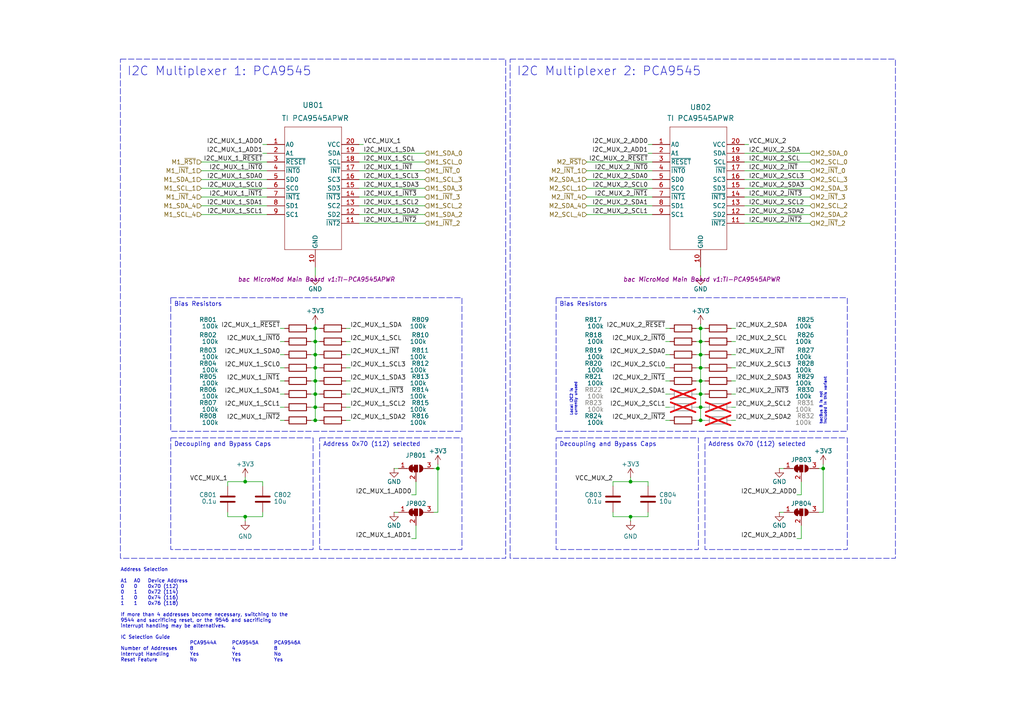
<source format=kicad_sch>
(kicad_sch (version 20231120) (generator "eeschema") (generator_version "8.0")
  (paper "A4")
  (title_block (title "bac MCU MicroMod Main Board Dual Function Single bacBus v1") (date "2025-02-12") (rev "1") (company "Build a CubeSat") (comment 1 "Manuel Imboden") (comment 2 "CC BY-SA 4.0") (comment 3 "https://buildacubesat.space"))
  (lib_symbols
    (symbol "Device:C" (pin_numbers hide) (pin_names (offset 0.254))
      (property "Reference" "C" (at 0.635 2.54 0))
      (property "Value" "C" (at 0.635 -2.54 0))
      (symbol "C_0_1"
        (polyline (pts (xy -2.032 -0.762) (xy 2.032 -0.762)) (stroke (width 0.508)))
        (polyline (pts (xy -2.032 0.762) (xy 2.032 0.762)) (stroke (width 0.508)))
      )
      (symbol "C_1_1"
        (pin passive line (at 0 3.81 270) (length 2.794) (name "~") (number "1"))
        (pin passive line (at 0 -3.81 90) (length 2.794) (name "~") (number "2"))
      )
    )
    (symbol "Device:R" (pin_numbers hide) (pin_names (offset 0))
      (property "Reference" "R" (at 2.032 0 90))
      (property "Value" "R" (at 0 0 90))
      (symbol "R_0_1"
        (rectangle (start -1.016 -2.54) (end 1.016 2.54) (stroke (width 0.254)))
      )
      (symbol "R_1_1"
        (pin passive line (at 0 3.81 270) (length 1.27) (name "~") (number "1"))
        (pin passive line (at 0 -3.81 90) (length 1.27) (name "~") (number "2"))
      )
    )
    (symbol "Jumper:SolderJumper_3_Bridged12" (pin_names (offset 0) hide) (exclude_from_sim yes) (in_bom no)
      (property "Reference" "JP" (at -2.54 -2.54 0))
      (property "Value" "SolderJumper_3_Bridged12" (at 0 2.794 0))
      (symbol "SolderJumper_3_Bridged12_0_1"
        (rectangle (start -1.016 0.508) (end -0.508 -0.508) (fill (type outline)))
        (arc (start -1.016 1.016) (mid -2.0276 0) (end -1.016 -1.016))
        (arc (start -1.016 1.016) (mid -2.0276 0) (end -1.016 -1.016) (fill (type outline)))
        (rectangle (start -0.508 1.016) (end 0.508 -1.016) (fill (type outline)))
        (polyline (pts (xy -2.54 0) (xy -2.032 0)))
        (polyline (pts (xy -1.016 1.016) (xy -1.016 -1.016)))
        (polyline (pts (xy 0 -1.27) (xy 0 -1.016)))
        (polyline (pts (xy 1.016 1.016) (xy 1.016 -1.016)))
        (polyline (pts (xy 2.54 0) (xy 2.032 0)))
        (arc (start 1.016 -1.016) (mid 2.0276 0) (end 1.016 1.016))
        (arc (start 1.016 -1.016) (mid 2.0276 0) (end 1.016 1.016) (fill (type outline)))
      )
      (symbol "SolderJumper_3_Bridged12_1_1"
        (pin passive line (at -5.08 0 0) (length 2.54) (name "A") (number "1"))
        (pin passive line (at 0 -3.81 90) (length 2.54) (name "C") (number "2"))
        (pin passive line (at 5.08 0 180) (length 2.54) (name "B") (number "3"))
      )
    )
    (symbol "bac MicroMod Main Board v1:TI PCA9545APWR" (pin_names (offset 0.254))
      (property "Reference" "U" (at 0 17.78 0))
      (property "Value" "TI PCA9545ARGYR" (at 0 15.24 0))
      (property "Footprint" "bac MicroMod Main Board v1:TI-PCA9545APWR" (at 0.254 -31.496 0))
      (symbol "TI PCA9545APWR_0_1"
        (polyline (pts (xy -8.89 -22.86) (xy 7.62 -22.86)) (stroke (width 0.127)))
        (polyline (pts (xy -8.89 12.7) (xy -8.89 -22.86)) (stroke (width 0.127)))
        (polyline (pts (xy 7.62 -22.86) (xy 7.62 12.7)) (stroke (width 0.127)))
        (polyline (pts (xy 7.62 12.7) (xy -8.89 12.7)) (stroke (width 0.127)))
        (pin input line (at -13.97 7.62 0) (length 5.08) (name "A0") (number "1"))
        (pin power_in line (at 0 -27.94 90) (length 5.08) (name "GND") (number "10"))
        (pin unspecified line (at 12.7 -12.7 180) (length 5.08) (name "SD2") (number "12"))
        (pin unspecified line (at 12.7 -10.16 180) (length 5.08) (name "SC2") (number "13"))
        (pin unspecified line (at 12.7 -5.08 180) (length 5.08) (name "SD3") (number "15"))
        (pin unspecified line (at 12.7 -2.54 180) (length 5.08) (name "SC3") (number "16"))
        (pin unspecified line (at 12.7 2.54 180) (length 5.08) (name "SCL") (number "18"))
        (pin unspecified line (at 12.7 5.08 180) (length 5.08) (name "SDA") (number "19"))
        (pin input line (at -13.97 5.08 0) (length 5.08) (name "A1") (number "2"))
        (pin power_in line (at 12.7 7.62 180) (length 5.08) (name "VCC") (number "20"))
        (pin unspecified line (at -13.97 -2.54 0) (length 5.08) (name "SD0") (number "5"))
        (pin unspecified line (at -13.97 -5.08 0) (length 5.08) (name "SC0") (number "6"))
        (pin unspecified line (at -13.97 -10.16 0) (length 5.08) (name "SD1") (number "8"))
        (pin unspecified line (at -13.97 -12.7 0) (length 5.08) (name "SC1") (number "9"))
      )
      (symbol "TI PCA9545APWR_1_1"
        (pin input line (at 12.7 -15.24 180) (length 5.08) (name "~{INT2}") (number "11"))
        (pin input line (at 12.7 -7.62 180) (length 5.08) (name "~{INT3}") (number "14"))
        (pin output line (at 12.7 0 180) (length 5.08) (name "~{INT}") (number "17"))
        (pin input line (at -13.97 2.54 0) (length 5.08) (name "~{RESET}") (number "3"))
        (pin input line (at -13.97 0 0) (length 5.08) (name "~{INT0}") (number "4"))
        (pin input line (at -13.97 -7.62 0) (length 5.08) (name "~{INT1}") (number "7"))
      )
    )
    (symbol "power:+3.3V" (power) (pin_numbers hide) (pin_names (offset 0) hide)
      (property "Value" "+3.3V" (at 0 3.556 0))
      (symbol "+3.3V_0_1"
        (polyline (pts (xy -0.762 1.27) (xy 0 2.54)))
        (polyline (pts (xy 0 0) (xy 0 2.54)))
        (polyline (pts (xy 0 2.54) (xy 0.762 1.27)))
      )
      (symbol "+3.3V_1_1"
        (pin power_in line (at 0 0 90) (length 0) (name "~") (number "1"))
      )
    )
    (symbol "power:GND" (power) (pin_numbers hide) (pin_names (offset 0) hide)
      (property "Value" "GND" (at 0 -3.81 0))
      (symbol "GND_0_1"
        (polyline (pts (xy 0 0) (xy 0 -1.27) (xy 1.27 -1.27) (xy 0 -2.54) (xy -1.27 -1.27) (xy 0 -1.27)))
      )
      (symbol "GND_1_1"
        (pin power_in line (at 0 0 270) (length 0) (name "~") (number "1"))
      )
    )
  )
  (junction (at 91.44 106.68))
  (junction (at 91.44 99.06))
  (junction (at 91.44 118.11))
  (junction (at 71.12 149.86))
  (junction (at 91.44 102.87))
  (junction (at 182.88 139.7))
  (junction (at 182.88 149.86))
  (junction (at 91.44 110.49))
  (junction (at 71.12 139.7))
  (junction (at 238.76 135.89))
  (junction (at 203.2 102.87))
  (junction (at 203.2 121.92))
  (junction (at 203.2 110.49))
  (junction (at 127 135.89))
  (junction (at 203.2 95.25))
  (junction (at 91.44 114.3))
  (junction (at 91.44 95.25))
  (junction (at 203.2 99.06))
  (junction (at 203.2 114.3))
  (junction (at 203.2 106.68))
  (junction (at 91.44 121.92))
  (junction (at 203.2 118.11))
  (wire (pts (xy 104.14 64.77) (xy 123.19 64.77)))
  (wire (pts (xy 71.12 149.86) (xy 66.04 149.86)))
  (wire (pts (xy 232.41 139.7) (xy 232.41 143.51)))
  (wire (pts (xy 203.2 102.87) (xy 204.47 102.87)))
  (wire (pts (xy 187.96 139.7) (xy 187.96 140.97)))
  (wire (pts (xy 91.44 99.06) (xy 92.71 99.06)))
  (wire (pts (xy 203.2 114.3) (xy 203.2 118.11)))
  (wire (pts (xy 127 148.59) (xy 125.73 148.59)))
  (wire (pts (xy 76.2 148.59) (xy 76.2 149.86)))
  (wire (pts (xy 187.96 44.45) (xy 189.23 44.45)))
  (wire (pts (xy 58.42 52.07) (xy 77.47 52.07)))
  (wire (pts (xy 215.9 57.15) (xy 234.95 57.15)))
  (wire (pts (xy 187.96 41.91) (xy 189.23 41.91)))
  (wire (pts (xy 187.96 148.59) (xy 187.96 149.86)))
  (wire (pts (xy 215.9 44.45) (xy 234.95 44.45)))
  (wire (pts (xy 203.2 118.11) (xy 203.2 121.92)))
  (wire (pts (xy 91.44 110.49) (xy 91.44 114.3)))
  (wire (pts (xy 201.93 118.11) (xy 203.2 118.11)))
  (wire (pts (xy 81.28 99.06) (xy 82.55 99.06)))
  (wire (pts (xy 104.14 44.45) (xy 123.19 44.45)))
  (wire (pts (xy 58.42 54.61) (xy 77.47 54.61)))
  (wire (pts (xy 90.17 99.06) (xy 91.44 99.06)))
  (wire (pts (xy 203.2 106.68) (xy 203.2 110.49)))
  (wire (pts (xy 182.88 149.86) (xy 177.8 149.86)))
  (wire (pts (xy 203.2 77.47) (xy 203.2 80.01)))
  (wire (pts (xy 203.2 121.92) (xy 204.47 121.92)))
  (wire (pts (xy 215.9 46.99) (xy 234.95 46.99)))
  (wire (pts (xy 104.14 52.07) (xy 123.19 52.07)))
  (wire (pts (xy 201.93 95.25) (xy 203.2 95.25)))
  (wire (pts (xy 193.04 106.68) (xy 194.31 106.68)))
  (wire (pts (xy 91.44 114.3) (xy 91.44 118.11)))
  (wire (pts (xy 213.36 95.25) (xy 212.09 95.25)))
  (wire (pts (xy 213.36 114.3) (xy 212.09 114.3)))
  (wire (pts (xy 91.44 106.68) (xy 91.44 110.49)))
  (wire (pts (xy 170.18 46.99) (xy 189.23 46.99)))
  (wire (pts (xy 201.93 121.92) (xy 203.2 121.92)))
  (wire (pts (xy 58.42 49.53) (xy 77.47 49.53)))
  (wire (pts (xy 213.36 102.87) (xy 212.09 102.87)))
  (wire (pts (xy 213.36 118.11) (xy 212.09 118.11)))
  (wire (pts (xy 232.41 156.21) (xy 231.14 156.21)))
  (wire (pts (xy 101.6 121.92) (xy 100.33 121.92)))
  (wire (pts (xy 91.44 118.11) (xy 91.44 121.92)))
  (wire (pts (xy 104.14 46.99) (xy 123.19 46.99)))
  (wire (pts (xy 104.14 59.69) (xy 123.19 59.69)))
  (wire (pts (xy 66.04 139.7) (xy 71.12 139.7)))
  (wire (pts (xy 91.44 93.98) (xy 91.44 95.25)))
  (wire (pts (xy 203.2 106.68) (xy 204.47 106.68)))
  (wire (pts (xy 91.44 95.25) (xy 91.44 99.06)))
  (wire (pts (xy 81.28 95.25) (xy 82.55 95.25)))
  (wire (pts (xy 170.18 54.61) (xy 189.23 54.61)))
  (wire (pts (xy 81.28 110.49) (xy 82.55 110.49)))
  (wire (pts (xy 182.88 139.7) (xy 187.96 139.7)))
  (wire (pts (xy 201.93 99.06) (xy 203.2 99.06)))
  (wire (pts (xy 187.96 149.86) (xy 182.88 149.86)))
  (wire (pts (xy 203.2 95.25) (xy 204.47 95.25)))
  (wire (pts (xy 215.9 54.61) (xy 234.95 54.61)))
  (wire (pts (xy 193.04 110.49) (xy 194.31 110.49)))
  (wire (pts (xy 203.2 110.49) (xy 203.2 114.3)))
  (wire (pts (xy 101.6 106.68) (xy 100.33 106.68)))
  (wire (pts (xy 90.17 118.11) (xy 91.44 118.11)))
  (wire (pts (xy 101.6 118.11) (xy 100.33 118.11)))
  (wire (pts (xy 226.06 135.89) (xy 227.33 135.89)))
  (wire (pts (xy 104.14 49.53) (xy 123.19 49.53)))
  (wire (pts (xy 90.17 110.49) (xy 91.44 110.49)))
  (wire (pts (xy 215.9 41.91) (xy 217.17 41.91)))
  (wire (pts (xy 104.14 57.15) (xy 123.19 57.15)))
  (wire (pts (xy 71.12 149.86) (xy 71.12 151.13)))
  (wire (pts (xy 58.42 59.69) (xy 77.47 59.69)))
  (wire (pts (xy 120.65 139.7) (xy 120.65 143.51)))
  (wire (pts (xy 127 134.62) (xy 127 135.89)))
  (wire (pts (xy 177.8 139.7) (xy 182.88 139.7)))
  (wire (pts (xy 101.6 99.06) (xy 100.33 99.06)))
  (wire (pts (xy 91.44 102.87) (xy 92.71 102.87)))
  (wire (pts (xy 90.17 102.87) (xy 91.44 102.87)))
  (wire (pts (xy 213.36 106.68) (xy 212.09 106.68)))
  (wire (pts (xy 203.2 102.87) (xy 203.2 106.68)))
  (wire (pts (xy 193.04 121.92) (xy 194.31 121.92)))
  (wire (pts (xy 213.36 110.49) (xy 212.09 110.49)))
  (wire (pts (xy 213.36 121.92) (xy 212.09 121.92)))
  (wire (pts (xy 120.65 152.4) (xy 120.65 156.21)))
  (wire (pts (xy 104.14 54.61) (xy 123.19 54.61)))
  (wire (pts (xy 101.6 110.49) (xy 100.33 110.49)))
  (wire (pts (xy 76.2 149.86) (xy 71.12 149.86)))
  (wire (pts (xy 101.6 114.3) (xy 100.33 114.3)))
  (wire (pts (xy 66.04 139.7) (xy 66.04 140.97)))
  (wire (pts (xy 213.36 99.06) (xy 212.09 99.06)))
  (wire (pts (xy 170.18 62.23) (xy 189.23 62.23)))
  (wire (pts (xy 58.42 57.15) (xy 77.47 57.15)))
  (wire (pts (xy 58.42 46.99) (xy 77.47 46.99)))
  (wire (pts (xy 90.17 121.92) (xy 91.44 121.92)))
  (wire (pts (xy 91.44 77.47) (xy 91.44 80.01)))
  (wire (pts (xy 193.04 118.11) (xy 194.31 118.11)))
  (wire (pts (xy 201.93 110.49) (xy 203.2 110.49)))
  (wire (pts (xy 177.8 139.7) (xy 177.8 140.97)))
  (wire (pts (xy 81.28 121.92) (xy 82.55 121.92)))
  (wire (pts (xy 104.14 62.23) (xy 123.19 62.23)))
  (wire (pts (xy 91.44 121.92) (xy 92.71 121.92)))
  (wire (pts (xy 91.44 106.68) (xy 92.71 106.68)))
  (wire (pts (xy 90.17 106.68) (xy 91.44 106.68)))
  (wire (pts (xy 203.2 99.06) (xy 204.47 99.06)))
  (wire (pts (xy 58.42 62.23) (xy 77.47 62.23)))
  (wire (pts (xy 81.28 102.87) (xy 82.55 102.87)))
  (wire (pts (xy 71.12 138.43) (xy 71.12 139.7)))
  (wire (pts (xy 90.17 114.3) (xy 91.44 114.3)))
  (wire (pts (xy 104.14 41.91) (xy 105.41 41.91)))
  (wire (pts (xy 203.2 95.25) (xy 203.2 99.06)))
  (wire (pts (xy 81.28 106.68) (xy 82.55 106.68)))
  (wire (pts (xy 91.44 114.3) (xy 92.71 114.3)))
  (wire (pts (xy 91.44 99.06) (xy 91.44 102.87)))
  (wire (pts (xy 91.44 102.87) (xy 91.44 106.68)))
  (wire (pts (xy 231.14 143.51) (xy 232.41 143.51)))
  (wire (pts (xy 119.38 143.51) (xy 120.65 143.51)))
  (wire (pts (xy 193.04 114.3) (xy 194.31 114.3)))
  (wire (pts (xy 170.18 57.15) (xy 189.23 57.15)))
  (wire (pts (xy 193.04 99.06) (xy 194.31 99.06)))
  (wire (pts (xy 238.76 148.59) (xy 237.49 148.59)))
  (wire (pts (xy 170.18 49.53) (xy 189.23 49.53)))
  (wire (pts (xy 226.06 148.59) (xy 227.33 148.59)))
  (wire (pts (xy 238.76 135.89) (xy 238.76 148.59)))
  (wire (pts (xy 127 135.89) (xy 125.73 135.89)))
  (wire (pts (xy 114.3 135.89) (xy 115.57 135.89)))
  (wire (pts (xy 114.3 148.59) (xy 115.57 148.59)))
  (wire (pts (xy 238.76 134.62) (xy 238.76 135.89)))
  (wire (pts (xy 203.2 114.3) (xy 204.47 114.3)))
  (wire (pts (xy 215.9 49.53) (xy 234.95 49.53)))
  (wire (pts (xy 215.9 64.77) (xy 234.95 64.77)))
  (wire (pts (xy 81.28 118.11) (xy 82.55 118.11)))
  (wire (pts (xy 90.17 95.25) (xy 91.44 95.25)))
  (wire (pts (xy 76.2 44.45) (xy 77.47 44.45)))
  (wire (pts (xy 71.12 139.7) (xy 76.2 139.7)))
  (wire (pts (xy 101.6 95.25) (xy 100.33 95.25)))
  (wire (pts (xy 119.38 156.21) (xy 120.65 156.21)))
  (wire (pts (xy 91.44 95.25) (xy 92.71 95.25)))
  (wire (pts (xy 170.18 59.69) (xy 189.23 59.69)))
  (wire (pts (xy 203.2 93.98) (xy 203.2 95.25)))
  (wire (pts (xy 238.76 135.89) (xy 237.49 135.89)))
  (wire (pts (xy 201.93 114.3) (xy 203.2 114.3)))
  (wire (pts (xy 201.93 102.87) (xy 203.2 102.87)))
  (wire (pts (xy 170.18 52.07) (xy 189.23 52.07)))
  (wire (pts (xy 215.9 52.07) (xy 234.95 52.07)))
  (wire (pts (xy 127 135.89) (xy 127 148.59)))
  (wire (pts (xy 203.2 110.49) (xy 204.47 110.49)))
  (wire (pts (xy 201.93 106.68) (xy 203.2 106.68)))
  (wire (pts (xy 215.9 59.69) (xy 234.95 59.69)))
  (wire (pts (xy 76.2 139.7) (xy 76.2 140.97)))
  (wire (pts (xy 66.04 149.86) (xy 66.04 148.59)))
  (wire (pts (xy 215.9 62.23) (xy 234.95 62.23)))
  (wire (pts (xy 203.2 118.11) (xy 204.47 118.11)))
  (wire (pts (xy 193.04 95.25) (xy 194.31 95.25)))
  (wire (pts (xy 101.6 102.87) (xy 100.33 102.87)))
  (wire (pts (xy 91.44 110.49) (xy 92.71 110.49)))
  (wire (pts (xy 76.2 41.91) (xy 77.47 41.91)))
  (wire (pts (xy 193.04 102.87) (xy 194.31 102.87)))
  (wire (pts (xy 203.2 99.06) (xy 203.2 102.87)))
  (wire (pts (xy 182.88 138.43) (xy 182.88 139.7)))
  (wire (pts (xy 91.44 118.11) (xy 92.71 118.11)))
  (wire (pts (xy 232.41 152.4) (xy 232.41 156.21)))
  (wire (pts (xy 177.8 149.86) (xy 177.8 148.59)))
  (wire (pts (xy 81.28 114.3) (xy 82.55 114.3)))
  (wire (pts (xy 182.88 149.86) (xy 182.88 151.13)))
  (text_box "I2C Multiplexer 1: PCA9545" (at 34.925 17.145 0) (size 111.76 144.78) (stroke (width 0) (type dash)) (effects (font (size 2.54 2.54)) (justify left top)))
  (text_box "I2C Multiplexer 2: PCA9545" (at 147.955 17.145 0) (size 111.76 144.78) (stroke (width 0) (type dash)) (effects (font (size 2.54 2.54)) (justify left top)))
  (text_box "Bias Resistors" (at 161.29 86.36 0) (size 84.455 38.735) (stroke (width 0) (type dash)) (effects (font (size 1.27 1.27)) (justify left top)))
  (text_box "Decoupling and Bypass Caps" (at 161.29 127 0) (size 41.275 32.385) (stroke (width 0) (type dash)) (effects (font (size 1.27 1.27)) (justify left top)))
  (text_box "Decoupling and Bypass Caps" (at 49.53 127 0) (size 41.275 32.385) (stroke (width 0) (type dash)) (effects (font (size 1.27 1.27)) (justify left top)))
  (text_box "Bias Resistors" (at 49.53 86.36 0) (size 84.455 38.735) (stroke (width 0) (type dash)) (effects (font (size 1.27 1.27)) (justify left top)))
  (text_box "Address 0x70 (112) selected" (at 204.47 127 0) (size 41.275 32.385) (stroke (width 0) (type dash)) (effects (font (size 1.27 1.27)) (justify left top)))
  (text_box "Address 0x70 (112) selected" (at 92.71 127 0) (size 41.275 32.385) (stroke (width 0) (type dash)) (effects (font (size 1.27 1.27)) (justify left top)))
  (text "Address Selection\n\nA1	A0	Device Address\n0	0	0x70 (112)\n0	1	0x72 (114)\n1	0	0x74 (116)\n1	1	0x76 (118)\n\nIf more than 4 addresses become necessary, switching to the\n9544 and sacrificing reset, or the 9546 and sacrificing\ninterrupt handling may be alternatives.\n\nIC Selection Guide\n					PCA9544A	PCA9545A	PCA9546A\nNumber of Addresses	8			4			8\nInterrupt Handling	Yes			Yes			No\nReset Feature		No			Yes			Yes" (at 34.925 178.435 0) (effects (font (size 1.016 1.016)) (justify left)))
  (text "bacBus B is not\nincluded in this variant" (at 238.76 123.19 90) (effects (font (size 0.762 0.762)) (justify left)))
  (text "Local I2C2 is\ncurrently unused" (at 166.37 120.65 90) (effects (font (size 0.762 0.762)) (justify left)))
  (label "I2C_MUX_1_SCL" (at 101.6 99.06 0))
  (label "VCC_MUX_1" (at 66.04 139.7 180))
  (label "I2C_MUX_2_SDA1" (at 187.96 59.69 180))
  (label "I2C_MUX_1_ADD1" (at 119.38 156.21 180))
  (label "I2C_MUX_1_~{INT}" (at 101.6 102.87 0))
  (label "I2C_MUX_2_~{RESET}" (at 187.96 46.99 180))
  (label "I2C_MUX_1_~{INT0}" (at 76.2 49.53 180))
  (label "I2C_MUX_2_SDA2" (at 217.17 62.23 0))
  (label "I2C_MUX_1_SCL3" (at 105.41 52.07 0))
  (label "VCC_MUX_2" (at 177.8 139.7 180))
  (label "I2C_MUX_1_SDA" (at 101.6 95.25 0))
  (label "I2C_MUX_1_~{RESET}" (at 81.28 95.25 180))
  (label "I2C_MUX_2_SCL" (at 213.36 99.06 0))
  (label "VCC_MUX_2" (at 217.17 41.91 0))
  (label "I2C_MUX_1_~{INT3}" (at 105.41 57.15 0))
  (label "I2C_MUX_2_~{INT}" (at 213.36 102.87 0))
  (label "I2C_MUX_1_SDA1" (at 81.28 114.3 180))
  (label "I2C_MUX_2_~{INT2}" (at 217.17 64.77 0))
  (label "I2C_MUX_2_SCL3" (at 217.17 52.07 0))
  (label "I2C_MUX_2_SDA3" (at 213.36 110.49 0))
  (label "I2C_MUX_1_SCL1" (at 76.2 62.23 180))
  (label "I2C_MUX_2_~{INT1}" (at 187.96 57.15 180))
  (label "I2C_MUX_1_ADD0" (at 76.2 41.91 180))
  (label "I2C_MUX_2_SCL" (at 217.17 46.99 0))
  (label "I2C_MUX_2_SDA" (at 217.17 44.45 0))
  (label "I2C_MUX_1_~{INT}" (at 105.41 49.53 0))
  (label "I2C_MUX_2_~{INT}" (at 217.17 49.53 0))
  (label "I2C_MUX_1_ADD0" (at 119.38 143.51 180))
  (label "I2C_MUX_2_ADD0" (at 231.14 143.51 180))
  (label "I2C_MUX_2_~{INT0}" (at 187.96 49.53 180))
  (label "I2C_MUX_2_~{INT0}" (at 193.04 99.06 180))
  (label "I2C_MUX_1_~{INT1}" (at 76.2 57.15 180))
  (label "I2C_MUX_2_ADD1" (at 187.96 44.45 180))
  (label "I2C_MUX_1_SCL2" (at 101.6 118.11 0))
  (label "I2C_MUX_2_SDA3" (at 217.17 54.61 0))
  (label "I2C_MUX_1_SDA0" (at 76.2 52.07 180))
  (label "I2C_MUX_2_SDA2" (at 213.36 121.92 0))
  (label "I2C_MUX_1_~{INT2}" (at 105.41 64.77 0))
  (label "I2C_MUX_2_~{INT1}" (at 193.04 110.49 180))
  (label "I2C_MUX_2_SDA0" (at 193.04 102.87 180))
  (label "I2C_MUX_1_~{INT2}" (at 81.28 121.92 180))
  (label "I2C_MUX_1_SDA1" (at 76.2 59.69 180))
  (label "I2C_MUX_1_SDA" (at 105.41 44.45 0))
  (label "I2C_MUX_1_SDA3" (at 105.41 54.61 0))
  (label "I2C_MUX_1_SCL0" (at 81.28 106.68 180))
  (label "I2C_MUX_2_~{RESET}" (at 193.04 95.25 180))
  (label "I2C_MUX_1_SDA2" (at 101.6 121.92 0))
  (label "I2C_MUX_1_SCL0" (at 76.2 54.61 180))
  (label "I2C_MUX_1_~{INT0}" (at 81.28 99.06 180))
  (label "VCC_MUX_1" (at 105.41 41.91 0))
  (label "I2C_MUX_2_SDA0" (at 187.96 52.07 180))
  (label "I2C_MUX_1_~{INT3}" (at 101.6 114.3 0))
  (label "I2C_MUX_2_~{INT2}" (at 193.04 121.92 180))
  (label "I2C_MUX_2_SCL0" (at 187.96 54.61 180))
  (label "I2C_MUX_2_SCL1" (at 193.04 118.11 180))
  (label "I2C_MUX_1_SCL3" (at 101.6 106.68 0))
  (label "I2C_MUX_2_SCL2" (at 213.36 118.11 0))
  (label "I2C_MUX_1_ADD1" (at 76.2 44.45 180))
  (label "I2C_MUX_1_SCL1" (at 81.28 118.11 180))
  (label "I2C_MUX_2_SDA" (at 213.36 95.25 0))
  (label "I2C_MUX_1_SDA3" (at 101.6 110.49 0))
  (label "I2C_MUX_1_SDA2" (at 105.41 62.23 0))
  (label "I2C_MUX_1_SCL2" (at 105.41 59.69 0))
  (label "I2C_MUX_2_~{INT3}" (at 213.36 114.3 0))
  (label "I2C_MUX_1_SCL" (at 105.41 46.99 0))
  (label "I2C_MUX_2_SCL0" (at 193.04 106.68 180))
  (label "I2C_MUX_2_SDA1" (at 193.04 114.3 180))
  (label "I2C_MUX_2_ADD0" (at 187.96 41.91 180))
  (label "I2C_MUX_2_SCL2" (at 217.17 59.69 0))
  (label "I2C_MUX_1_SDA0" (at 81.28 102.87 180))
  (label "I2C_MUX_1_~{INT1}" (at 81.28 110.49 180))
  (label "I2C_MUX_2_ADD1" (at 231.14 156.21 180))
  (label "I2C_MUX_2_SCL1" (at 187.96 62.23 180))
  (label "I2C_MUX_2_SCL3" (at 213.36 106.68 0))
  (label "I2C_MUX_1_~{RESET}" (at 76.2 46.99 180))
  (label "I2C_MUX_2_~{INT3}" (at 217.17 57.15 0))
  (hierarchical_label "M1_SDA_0" (shape input) (at 123.19 44.45 0))
  (hierarchical_label "M1_~{INT}_2" (shape input) (at 123.19 64.77 0))
  (hierarchical_label "M1_SCL_1" (shape input) (at 58.42 54.61 180))
  (hierarchical_label "M1_SDA_4" (shape input) (at 58.42 59.69 180))
  (hierarchical_label "M1_SCL_2" (shape input) (at 123.19 59.69 0))
  (hierarchical_label "M2_SDA_1" (shape input) (at 170.18 52.07 180))
  (hierarchical_label "M1_SDA_3" (shape input) (at 123.19 54.61 0))
  (hierarchical_label "M1_~{INT}_3" (shape input) (at 123.19 57.15 0))
  (hierarchical_label "M2_~{RST}" (shape input) (at 170.18 46.99 180))
  (hierarchical_label "M2_~{INT}_2" (shape input) (at 234.95 64.77 0))
  (hierarchical_label "M1_SCL_4" (shape input) (at 58.42 62.23 180))
  (hierarchical_label "M1_~{RST}" (shape input) (at 58.42 46.99 180))
  (hierarchical_label "M1_SCL_0" (shape input) (at 123.19 46.99 0))
  (hierarchical_label "M2_SCL_0" (shape input) (at 234.95 46.99 0))
  (hierarchical_label "M1_SDA_2" (shape input) (at 123.19 62.23 0))
  (hierarchical_label "M2_~{INT}_4" (shape input) (at 170.18 57.15 180))
  (hierarchical_label "M2_SCL_3" (shape input) (at 234.95 52.07 0))
  (hierarchical_label "M1_~{INT}_1" (shape input) (at 58.42 49.53 180))
  (hierarchical_label "M1_~{INT}_0" (shape input) (at 123.19 49.53 0))
  (hierarchical_label "M2_SDA_4" (shape input) (at 170.18 59.69 180))
  (hierarchical_label "M1_~{INT}_4" (shape input) (at 58.42 57.15 180))
  (hierarchical_label "M2_SDA_0" (shape input) (at 234.95 44.45 0))
  (hierarchical_label "M2_~{INT}_1" (shape input) (at 170.18 49.53 180))
  (hierarchical_label "M2_~{INT}_0" (shape input) (at 234.95 49.53 0))
  (hierarchical_label "M1_SCL_3" (shape input) (at 123.19 52.07 0))
  (hierarchical_label "M2_SCL_1" (shape input) (at 170.18 54.61 180))
  (hierarchical_label "M2_SDA_3" (shape input) (at 234.95 54.61 0))
  (hierarchical_label "M2_SCL_4" (shape input) (at 170.18 62.23 180))
  (hierarchical_label "M2_SDA_2" (shape input) (at 234.95 62.23 0))
  (hierarchical_label "M2_SCL_2" (shape input) (at 234.95 59.69 0))
  (hierarchical_label "M2_~{INT}_3" (shape input) (at 234.95 57.15 0))
  (hierarchical_label "M1_SDA_1" (shape input) (at 58.42 52.07 180))
  (symbol (lib_id "Device:C") (at 66.04 144.78 0) (mirror y) (unit 1)
    (property "Reference" "C801" (at 62.865 143.51 0) (effects (justify left)))
    (property "Value" "0.1u" (at 62.865 145.415 0) (effects (justify left)))
    (property "Footprint" "bac MicroMod Main Board v1:bac-C-0603-0.1u" (effects (hide yes)))
    (property "Description" "Unpolarized capacitor" (effects (hide yes)))
    (property "Height" "0.95mm" (effects (hide yes)))
    (property "Rated Voltage" "50V" (effects (hide yes)))
    (property "Temperature Coefficient" "X7R" (effects (hide yes)))
  )
  (symbol (lib_id "power:+3.3V") (at 182.88 138.43 0) (unit 1)
    (property "Reference" "#PWR0808" (effects (hide yes)))
    (property "Value" "+3V3" (at 182.88 134.62 0))
    (property "Description" "Power symbol creates a global label with name \"+3.3V\"" (effects (hide yes)))
  )
  (symbol (lib_id "Device:R") (at 86.36 121.92 90) (unit 1)
    (property "Reference" "R808" (at 60.325 120.65 90))
    (property "Value" "100k" (at 60.96 122.555 90))
    (property "Footprint" "bac MicroMod Main Board v1:bac-R-0603-100k" (effects (hide yes)))
    (property "Description" "Resistor" (effects (hide yes)))
    (property "Series" "E96" (effects (hide yes)))
  )
  (symbol (lib_id "Jumper:SolderJumper_3_Bridged12") (at 120.65 148.59 0) (unit 1) (exclude_from_sim yes) (in_bom no)
    (property "Reference" "JP802" (at 120.65 146.05 0))
    (property "Value" "SolderJumper_3_Bridged12" (effects (hide yes)))
    (property "Footprint" "Jumper:SolderJumper-3_P1.3mm_Bridged12_RoundedPad1.0x1.5mm_NumberLabels" (effects (hide yes)))
    (property "Description" "3-pole Solder Jumper, pins 1+2 closed/bridged" (effects (hide yes)))
  )
  (symbol (lib_id "power:GND") (at 71.12 151.13 0) (unit 1)
    (property "Reference" "#PWR0802" (effects (hide yes)))
    (property "Value" "GND" (at 71.12 155.575 0))
    (property "Description" "Power symbol creates a global label with name \"GND\" , ground" (effects (hide yes)))
  )
  (symbol (lib_id "power:GND") (at 91.44 80.01 0) (unit 1)
    (property "Reference" "#PWR0803" (effects (hide yes)))
    (property "Value" "GND" (at 91.44 83.82 0))
    (property "Description" "Power symbol creates a global label with name \"GND\" , ground" (effects (hide yes)))
  )
  (symbol (lib_id "power:+3.3V") (at 238.76 134.62 0) (unit 1)
    (property "Reference" "#PWR0814" (effects (hide yes)))
    (property "Value" "+3V3" (at 238.76 130.81 0))
    (property "Description" "Power symbol creates a global label with name \"+3.3V\"" (effects (hide yes)))
  )
  (symbol (lib_id "Device:R") (at 96.52 99.06 270) (mirror x) (unit 1)
    (property "Reference" "R810" (at 121.92 97.155 90))
    (property "Value" "100k" (at 121.285 99.06 90))
    (property "Footprint" "bac MicroMod Main Board v1:bac-R-0603-100k" (effects (hide yes)))
    (property "Description" "Resistor" (effects (hide yes)))
    (property "Series" "E96" (effects (hide yes)))
  )
  (symbol (lib_id "power:+3.3V") (at 127 134.62 0) (unit 1)
    (property "Reference" "#PWR0807" (effects (hide yes)))
    (property "Value" "+3V3" (at 127 130.81 0))
    (property "Description" "Power symbol creates a global label with name \"+3.3V\"" (effects (hide yes)))
  )
  (symbol (lib_id "Device:R") (at 198.12 110.49 90) (unit 1)
    (property "Reference" "R821" (at 172.085 109.22 90))
    (property "Value" "100k" (at 172.72 111.125 90))
    (property "Footprint" "bac MicroMod Main Board v1:bac-R-0603-100k" (effects (hide yes)))
    (property "Description" "Resistor" (effects (hide yes)))
    (property "Series" "E96" (effects (hide yes)))
  )
  (symbol (lib_id "power:+3.3V") (at 203.2 93.98 0) (unit 1)
    (property "Reference" "#PWR0811" (effects (hide yes)))
    (property "Value" "+3V3" (at 203.2 90.17 0))
    (property "Description" "Power symbol creates a global label with name \"+3.3V\"" (effects (hide yes)))
  )
  (symbol (lib_id "Device:R") (at 208.28 110.49 270) (mirror x) (unit 1)
    (property "Reference" "R829" (at 233.68 109.22 90))
    (property "Value" "100k" (at 233.045 111.125 90))
    (property "Footprint" "bac MicroMod Main Board v1:bac-R-0603-100k" (effects (hide yes)))
    (property "Description" "Resistor" (effects (hide yes)))
    (property "Series" "E96" (effects (hide yes)))
  )
  (symbol (lib_id "power:GND") (at 182.88 151.13 0) (unit 1)
    (property "Reference" "#PWR0809" (effects (hide yes)))
    (property "Value" "GND" (at 182.88 155.575 0))
    (property "Description" "Power symbol creates a global label with name \"GND\" , ground" (effects (hide yes)))
  )
  (symbol (lib_id "Device:R") (at 198.12 114.3 90) (unit 1) (exclude_from_sim yes) (in_bom no) (on_board no) (dnp yes)
    (property "Reference" "R822" (at 172.085 113.03 90))
    (property "Value" "100k" (at 172.72 114.935 90))
    (property "Footprint" "bac MicroMod Main Board v1:bac-R-0603-100k" (effects (hide yes)))
    (property "Description" "Resistor" (effects (hide yes)))
    (property "Series" "E96" (effects (hide yes)))
  )
  (symbol (lib_id "Device:R") (at 86.36 102.87 90) (unit 1)
    (property "Reference" "R803" (at 60.325 101.6 90))
    (property "Value" "100k" (at 60.96 103.505 90))
    (property "Footprint" "bac MicroMod Main Board v1:bac-R-0603-100k" (effects (hide yes)))
    (property "Description" "Resistor" (effects (hide yes)))
    (property "Series" "E96" (effects (hide yes)))
  )
  (symbol (lib_id "power:GND") (at 114.3 148.59 0) (unit 1)
    (property "Reference" "#PWR0806" (effects (hide yes)))
    (property "Value" "GND" (at 114.3 152.4 0))
    (property "Description" "Power symbol creates a global label with name \"GND\" , ground" (effects (hide yes)))
  )
  (symbol (lib_id "Device:R") (at 96.52 121.92 270) (mirror x) (unit 1)
    (property "Reference" "R816" (at 121.92 120.65 90))
    (property "Value" "100k" (at 121.285 122.555 90))
    (property "Footprint" "bac MicroMod Main Board v1:bac-R-0603-100k" (effects (hide yes)))
    (property "Description" "Resistor" (effects (hide yes)))
    (property "Series" "E96" (effects (hide yes)))
  )
  (symbol (lib_id "Device:R") (at 96.52 102.87 270) (mirror x) (unit 1)
    (property "Reference" "R811" (at 121.92 101.6 90))
    (property "Value" "100k" (at 121.285 103.505 90))
    (property "Footprint" "bac MicroMod Main Board v1:bac-R-0603-100k" (effects (hide yes)))
    (property "Description" "Resistor" (effects (hide yes)))
    (property "Series" "E96" (effects (hide yes)))
  )
  (symbol (lib_id "Device:C") (at 177.8 144.78 0) (mirror y) (unit 1)
    (property "Reference" "C803" (at 174.625 143.51 0) (effects (justify left)))
    (property "Value" "0.1u" (at 174.625 145.415 0) (effects (justify left)))
    (property "Footprint" "bac MicroMod Main Board v1:bac-C-0603-0.1u" (effects (hide yes)))
    (property "Description" "Unpolarized capacitor" (effects (hide yes)))
    (property "Height" "0.95mm" (effects (hide yes)))
    (property "Rated Voltage" "50V" (effects (hide yes)))
    (property "Temperature Coefficient" "X7R" (effects (hide yes)))
  )
  (symbol (lib_id "Device:R") (at 96.52 95.25 270) (mirror x) (unit 1)
    (property "Reference" "R809" (at 121.92 92.71 90))
    (property "Value" "100k" (at 121.285 94.615 90))
    (property "Footprint" "bac MicroMod Main Board v1:bac-R-0603-100k" (effects (hide yes)))
    (property "Description" "Resistor" (effects (hide yes)))
    (property "Series" "E96" (effects (hide yes)))
  )
  (symbol (lib_id "Device:R") (at 198.12 121.92 90) (unit 1)
    (property "Reference" "R824" (at 172.085 120.65 90))
    (property "Value" "100k" (at 172.72 122.555 90))
    (property "Footprint" "bac MicroMod Main Board v1:bac-R-0603-100k" (effects (hide yes)))
    (property "Description" "Resistor" (effects (hide yes)))
    (property "Series" "E96" (effects (hide yes)))
  )
  (symbol (lib_id "Device:R") (at 208.28 99.06 270) (mirror x) (unit 1)
    (property "Reference" "R826" (at 233.68 97.155 90))
    (property "Value" "100k" (at 233.045 99.06 90))
    (property "Footprint" "bac MicroMod Main Board v1:bac-R-0603-100k" (effects (hide yes)))
    (property "Description" "Resistor" (effects (hide yes)))
    (property "Series" "E96" (effects (hide yes)))
  )
  (symbol (lib_id "Device:R") (at 198.12 118.11 90) (unit 1) (exclude_from_sim yes) (in_bom no) (on_board no) (dnp yes)
    (property "Reference" "R823" (at 172.085 116.84 90))
    (property "Value" "100k" (at 172.72 118.745 90))
    (property "Footprint" "bac MicroMod Main Board v1:bac-R-0603-100k" (effects (hide yes)))
    (property "Description" "Resistor" (effects (hide yes)))
    (property "Series" "E96" (effects (hide yes)))
  )
  (symbol (lib_id "Device:R") (at 198.12 102.87 90) (unit 1)
    (property "Reference" "R819" (at 172.085 101.6 90))
    (property "Value" "100k" (at 172.72 103.505 90))
    (property "Footprint" "bac MicroMod Main Board v1:bac-R-0603-100k" (effects (hide yes)))
    (property "Description" "Resistor" (effects (hide yes)))
    (property "Series" "E96" (effects (hide yes)))
  )
  (symbol (lib_id "Device:R") (at 86.36 95.25 90) (unit 1)
    (property "Reference" "R801" (at 60.325 92.71 90))
    (property "Value" "100k" (at 60.96 94.615 90))
    (property "Footprint" "bac MicroMod Main Board v1:bac-R-0603-100k" (effects (hide yes)))
    (property "Description" "Resistor" (effects (hide yes)))
    (property "Series" "E96" (effects (hide yes)))
  )
  (symbol (lib_id "Jumper:SolderJumper_3_Bridged12") (at 232.41 148.59 0) (unit 1) (exclude_from_sim yes) (in_bom no)
    (property "Reference" "JP804" (at 232.41 146.05 0))
    (property "Value" "SolderJumper_3_Bridged12" (effects (hide yes)))
    (property "Footprint" "Jumper:SolderJumper-3_P1.3mm_Bridged12_RoundedPad1.0x1.5mm_NumberLabels" (effects (hide yes)))
    (property "Description" "3-pole Solder Jumper, pins 1+2 closed/bridged" (effects (hide yes)))
  )
  (symbol (lib_id "Device:R") (at 86.36 114.3 90) (unit 1)
    (property "Reference" "R806" (at 60.325 113.03 90))
    (property "Value" "100k" (at 60.96 114.935 90))
    (property "Footprint" "bac MicroMod Main Board v1:bac-R-0603-100k" (effects (hide yes)))
    (property "Description" "Resistor" (effects (hide yes)))
    (property "Series" "E96" (effects (hide yes)))
  )
  (symbol (lib_id "Device:R") (at 86.36 106.68 90) (unit 1)
    (property "Reference" "R804" (at 60.325 105.41 90))
    (property "Value" "100k" (at 60.96 107.315 90))
    (property "Footprint" "bac MicroMod Main Board v1:bac-R-0603-100k" (effects (hide yes)))
    (property "Description" "Resistor" (effects (hide yes)))
    (property "Series" "E96" (effects (hide yes)))
  )
  (symbol (lib_id "Device:R") (at 208.28 102.87 270) (mirror x) (unit 1)
    (property "Reference" "R827" (at 233.68 101.6 90))
    (property "Value" "100k" (at 233.045 103.505 90))
    (property "Footprint" "bac MicroMod Main Board v1:bac-R-0603-100k" (effects (hide yes)))
    (property "Description" "Resistor" (effects (hide yes)))
    (property "Series" "E96" (effects (hide yes)))
  )
  (symbol (lib_id "power:GND") (at 226.06 148.59 0) (unit 1)
    (property "Reference" "#PWR0813" (effects (hide yes)))
    (property "Value" "GND" (at 226.06 152.4 0))
    (property "Description" "Power symbol creates a global label with name \"GND\" , ground" (effects (hide yes)))
  )
  (symbol (lib_id "power:GND") (at 203.2 80.01 0) (unit 1)
    (property "Reference" "#PWR0810" (effects (hide yes)))
    (property "Value" "GND" (at 203.2 83.82 0))
    (property "Description" "Power symbol creates a global label with name \"GND\" , ground" (effects (hide yes)))
  )
  (symbol (lib_id "Device:R") (at 198.12 95.25 90) (unit 1)
    (property "Reference" "R817" (at 172.085 92.71 90))
    (property "Value" "100k" (at 172.72 94.615 90))
    (property "Footprint" "bac MicroMod Main Board v1:bac-R-0603-100k" (effects (hide yes)))
    (property "Description" "Resistor" (effects (hide yes)))
    (property "Series" "E96" (effects (hide yes)))
  )
  (symbol (lib_id "Device:R") (at 86.36 99.06 90) (unit 1)
    (property "Reference" "R802" (at 60.325 97.155 90))
    (property "Value" "100k" (at 60.96 99.06 90))
    (property "Footprint" "bac MicroMod Main Board v1:bac-R-0603-100k" (effects (hide yes)))
    (property "Description" "Resistor" (effects (hide yes)))
    (property "Series" "E96" (effects (hide yes)))
  )
  (symbol (lib_id "Device:C") (at 76.2 144.78 0) (unit 1)
    (property "Reference" "C802" (at 79.375 143.51 0) (effects (justify left)))
    (property "Value" "10u" (at 79.375 145.415 0) (effects (justify left)))
    (property "Footprint" "bac MicroMod Main Board v1:bac-C-0805-10u" (effects (hide yes)))
    (property "Description" "Unpolarized capacitor" (effects (hide yes)))
    (property "Rated Voltage" "35V" (effects (hide yes)))
    (property "Temperature Coefficient" "X7R" (effects (hide yes)))
  )
  (symbol (lib_id "Device:R") (at 198.12 106.68 90) (unit 1)
    (property "Reference" "R820" (at 172.085 105.41 90))
    (property "Value" "100k" (at 172.72 107.315 90))
    (property "Footprint" "bac MicroMod Main Board v1:bac-R-0603-100k" (effects (hide yes)))
    (property "Description" "Resistor" (effects (hide yes)))
    (property "Series" "E96" (effects (hide yes)))
  )
  (symbol (lib_id "Jumper:SolderJumper_3_Bridged12") (at 232.41 135.89 0) (unit 1) (exclude_from_sim yes) (in_bom no)
    (property "Reference" "JP803" (at 232.41 133.35 0))
    (property "Value" "SolderJumper_3_Bridged12" (effects (hide yes)))
    (property "Footprint" "Jumper:SolderJumper-3_P1.3mm_Bridged12_RoundedPad1.0x1.5mm_NumberLabels" (effects (hide yes)))
    (property "Description" "3-pole Solder Jumper, pins 1+2 closed/bridged" (effects (hide yes)))
  )
  (symbol (lib_id "Device:R") (at 96.52 110.49 270) (mirror x) (unit 1)
    (property "Reference" "R813" (at 121.92 109.22 90))
    (property "Value" "100k" (at 121.285 111.125 90))
    (property "Footprint" "bac MicroMod Main Board v1:bac-R-0603-100k" (effects (hide yes)))
    (property "Description" "Resistor" (effects (hide yes)))
    (property "Series" "E96" (effects (hide yes)))
  )
  (symbol (lib_id "Device:R") (at 96.52 118.11 270) (mirror x) (unit 1)
    (property "Reference" "R815" (at 121.92 116.84 90))
    (property "Value" "100k" (at 121.285 118.745 90))
    (property "Footprint" "bac MicroMod Main Board v1:bac-R-0603-100k" (effects (hide yes)))
    (property "Description" "Resistor" (effects (hide yes)))
    (property "Series" "E96" (effects (hide yes)))
  )
  (symbol (lib_id "Device:R") (at 208.28 121.92 270) (mirror x) (unit 1) (exclude_from_sim yes) (in_bom no) (on_board no) (dnp yes)
    (property "Reference" "R832" (at 233.68 120.65 90))
    (property "Value" "100k" (at 233.045 122.555 90))
    (property "Footprint" "bac MicroMod Main Board v1:bac-R-0603-100k" (effects (hide yes)))
    (property "Description" "Resistor" (effects (hide yes)))
    (property "Series" "E96" (effects (hide yes)))
  )
  (symbol (lib_id "power:GND") (at 114.3 135.89 0) (unit 1)
    (property "Reference" "#PWR0805" (effects (hide yes)))
    (property "Value" "GND" (at 114.3 139.7 0))
    (property "Description" "Power symbol creates a global label with name \"GND\" , ground" (effects (hide yes)))
  )
  (symbol (lib_id "Jumper:SolderJumper_3_Bridged12") (at 120.65 135.89 0) (unit 1) (exclude_from_sim yes) (in_bom no)
    (property "Reference" "JP801" (at 120.65 132.08 0))
    (property "Value" "SolderJumper_3_Bridged12" (effects (hide yes)))
    (property "Footprint" "Jumper:SolderJumper-3_P1.3mm_Bridged12_RoundedPad1.0x1.5mm_NumberLabels" (effects (hide yes)))
    (property "Description" "3-pole Solder Jumper, pins 1+2 closed/bridged" (effects (hide yes)))
  )
  (symbol (lib_id "power:+3.3V") (at 71.12 138.43 0) (unit 1)
    (property "Reference" "#PWR0801" (effects (hide yes)))
    (property "Value" "+3V3" (at 71.12 134.62 0))
    (property "Description" "Power symbol creates a global label with name \"+3.3V\"" (effects (hide yes)))
  )
  (symbol (lib_id "Device:R") (at 198.12 99.06 90) (unit 1)
    (property "Reference" "R818" (at 172.085 97.155 90))
    (property "Value" "100k" (at 172.72 99.06 90))
    (property "Footprint" "bac MicroMod Main Board v1:bac-R-0603-100k" (effects (hide yes)))
    (property "Description" "Resistor" (effects (hide yes)))
    (property "Series" "E96" (effects (hide yes)))
  )
  (symbol (lib_id "Device:R") (at 96.52 106.68 270) (mirror x) (unit 1)
    (property "Reference" "R812" (at 121.92 105.41 90))
    (property "Value" "100k" (at 121.285 107.315 90))
    (property "Footprint" "bac MicroMod Main Board v1:bac-R-0603-100k" (effects (hide yes)))
    (property "Description" "Resistor" (effects (hide yes)))
    (property "Series" "E96" (effects (hide yes)))
  )
  (symbol (lib_id "Device:R") (at 96.52 114.3 270) (mirror x) (unit 1)
    (property "Reference" "R814" (at 121.92 113.03 90))
    (property "Value" "100k" (at 121.285 114.935 90))
    (property "Footprint" "bac MicroMod Main Board v1:bac-R-0603-100k" (effects (hide yes)))
    (property "Description" "Resistor" (effects (hide yes)))
    (property "Series" "E96" (effects (hide yes)))
  )
  (symbol (lib_id "Device:R") (at 86.36 110.49 90) (unit 1)
    (property "Reference" "R805" (at 60.325 109.22 90))
    (property "Value" "100k" (at 60.96 111.125 90))
    (property "Footprint" "bac MicroMod Main Board v1:bac-R-0603-100k" (effects (hide yes)))
    (property "Description" "Resistor" (effects (hide yes)))
    (property "Series" "E96" (effects (hide yes)))
  )
  (symbol (lib_id "Device:R") (at 86.36 118.11 90) (unit 1)
    (property "Reference" "R807" (at 60.325 116.84 90))
    (property "Value" "100k" (at 60.96 118.745 90))
    (property "Footprint" "bac MicroMod Main Board v1:bac-R-0603-100k" (effects (hide yes)))
    (property "Description" "Resistor" (effects (hide yes)))
    (property "Series" "E96" (effects (hide yes)))
  )
  (symbol (lib_id "Device:R") (at 208.28 106.68 270) (mirror x) (unit 1)
    (property "Reference" "R828" (at 233.68 105.41 90))
    (property "Value" "100k" (at 233.045 107.315 90))
    (property "Footprint" "bac MicroMod Main Board v1:bac-R-0603-100k" (effects (hide yes)))
    (property "Description" "Resistor" (effects (hide yes)))
    (property "Series" "E96" (effects (hide yes)))
  )
  (symbol (lib_id "Device:R") (at 208.28 114.3 270) (mirror x) (unit 1)
    (property "Reference" "R830" (at 233.68 113.03 90))
    (property "Value" "100k" (at 233.045 114.935 90))
    (property "Footprint" "bac MicroMod Main Board v1:bac-R-0603-100k" (effects (hide yes)))
    (property "Description" "Resistor" (effects (hide yes)))
    (property "Series" "E96" (effects (hide yes)))
  )
  (symbol (lib_id "bac MicroMod Main Board v1:TI PCA9545APWR") (at 203.2 49.53 0) (unit 1)
    (property "Reference" "U802" (at 203.2 31.115 0) (effects (font (size 1.524 1.524))))
    (property "Value" "TI PCA9545APWR" (at 203.2 34.29 0) (effects (font (size 1.524 1.524))))
    (property "Footprint" "bac MicroMod Main Board v1:TI-PCA9545APWR" (at 203.454 81.026 0) (effects (font (italic yes))))
    (property "Datasheet" "https://rocelec.widen.net/view/pdf/vkwqwnifne/scps147d.pdf" (effects (hide yes)))
    (property "Description" "Translating Switch Interface 20-VQFN (3.5x4.5)" (effects (hide yes)))
  )
  (symbol (lib_id "bac MicroMod Main Board v1:TI PCA9545APWR") (at 91.44 49.53 0) (unit 1)
    (property "Reference" "U801" (at 90.805 30.48 0) (effects (font (size 1.524 1.524))))
    (property "Value" "TI PCA9545APWR" (at 91.44 34.29 0) (effects (font (size 1.524 1.524))))
    (property "Footprint" "bac MicroMod Main Board v1:TI-PCA9545APWR" (at 91.694 81.026 0) (effects (font (italic yes))))
    (property "Datasheet" "https://rocelec.widen.net/view/pdf/vkwqwnifne/scps147d.pdf" (effects (hide yes)))
    (property "Description" "Translating Switch Interface 20-VQFN (3.5x4.5)" (effects (hide yes)))
  )
  (symbol (lib_id "Device:C") (at 187.96 144.78 0) (unit 1)
    (property "Reference" "C804" (at 191.135 143.51 0) (effects (justify left)))
    (property "Value" "10u" (at 191.135 145.415 0) (effects (justify left)))
    (property "Footprint" "bac MicroMod Main Board v1:bac-C-0805-10u" (effects (hide yes)))
    (property "Description" "Unpolarized capacitor" (effects (hide yes)))
    (property "Rated Voltage" "35V" (effects (hide yes)))
    (property "Temperature Coefficient" "X7R" (effects (hide yes)))
  )
  (symbol (lib_id "power:GND") (at 226.06 135.89 0) (unit 1)
    (property "Reference" "#PWR0812" (effects (hide yes)))
    (property "Value" "GND" (at 226.06 139.7 0))
    (property "Description" "Power symbol creates a global label with name \"GND\" , ground" (effects (hide yes)))
  )
  (symbol (lib_id "Device:R") (at 208.28 95.25 270) (mirror x) (unit 1)
    (property "Reference" "R825" (at 233.68 92.71 90))
    (property "Value" "100k" (at 233.045 94.615 90))
    (property "Footprint" "bac MicroMod Main Board v1:bac-R-0603-100k" (effects (hide yes)))
    (property "Description" "Resistor" (effects (hide yes)))
    (property "Series" "E96" (effects (hide yes)))
  )
  (symbol (lib_id "power:+3.3V") (at 91.44 93.98 0) (unit 1)
    (property "Reference" "#PWR0804" (effects (hide yes)))
    (property "Value" "+3V3" (at 91.44 90.17 0))
    (property "Description" "Power symbol creates a global label with name \"+3.3V\"" (effects (hide yes)))
  )
  (symbol (lib_id "Device:R") (at 208.28 118.11 270) (mirror x) (unit 1) (exclude_from_sim yes) (in_bom no) (on_board no) (dnp yes)
    (property "Reference" "R831" (at 233.68 116.84 90))
    (property "Value" "100k" (at 233.045 118.745 90))
    (property "Footprint" "bac MicroMod Main Board v1:bac-R-0603-100k" (effects (hide yes)))
    (property "Description" "Resistor" (effects (hide yes)))
    (property "Series" "E96" (effects (hide yes)))
  )
)
</source>
